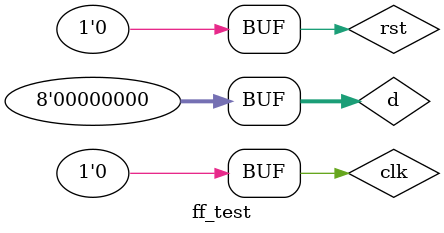
<source format=v>
`timescale 1ns / 1ps


module ff_test;

	// Inputs
	reg clk;
	reg rst;
	reg [7:0] d;

	// Outputs
	wire [7:0] q;

	// Instantiate the Unit Under Test (UUT)
	FlipFlop uut (
		.clk(clk), 
		.rst(rst), 
		.d(d), 
		.q(q)
	);

	initial begin
		// Initialize Inputs
		clk = 0;
		rst = 0;
		d = 0;

		// Wait 100 ns for global reset to finish
		#100;
        
		// Add stimulus here

	end
      
endmodule


</source>
